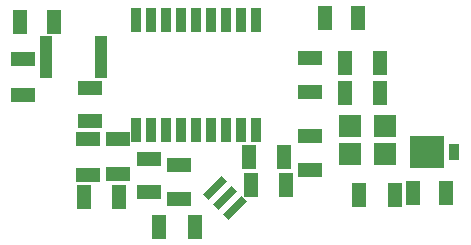
<source format=gbp>
G04*
G04 #@! TF.GenerationSoftware,Altium Limited,Altium Designer,20.0.9 (164)*
G04*
G04 Layer_Color=128*
%FSLAX25Y25*%
%MOIN*%
G70*
G01*
G75*
%ADD19R,0.04842X0.08150*%
%ADD20R,0.07677X0.07480*%
%ADD24R,0.04921X0.07874*%
%ADD63R,0.04134X0.14291*%
%ADD64R,0.03347X0.08071*%
%ADD65R,0.03787X0.05787*%
%ADD66R,0.11299X0.10787*%
%ADD67R,0.08150X0.04842*%
%ADD68R,0.07874X0.04921*%
G04:AMPARAMS|DCode=69|XSize=86.61mil|YSize=23.62mil|CornerRadius=0mil|HoleSize=0mil|Usage=FLASHONLY|Rotation=45.000|XOffset=0mil|YOffset=0mil|HoleType=Round|Shape=Rectangle|*
%AMROTATEDRECTD69*
4,1,4,-0.02227,-0.03897,-0.03897,-0.02227,0.02227,0.03897,0.03897,0.02227,-0.02227,-0.03897,0.0*
%
%ADD69ROTATEDRECTD69*%

D19*
X19370Y90551D02*
D03*
X8189D02*
D03*
X109764Y91732D02*
D03*
X120945D02*
D03*
X150276Y33465D02*
D03*
X139094D02*
D03*
D20*
X118110Y55709D02*
D03*
Y46654D02*
D03*
X129921Y55709D02*
D03*
Y46654D02*
D03*
D24*
X121260Y32776D02*
D03*
X133071D02*
D03*
X116535Y66929D02*
D03*
X128347D02*
D03*
X116535Y76772D02*
D03*
X128347D02*
D03*
X54626Y22047D02*
D03*
X66437D02*
D03*
X85039Y36319D02*
D03*
X96850D02*
D03*
X84547Y45472D02*
D03*
X96358D02*
D03*
X41339Y32283D02*
D03*
X29528Y32283D02*
D03*
D63*
X16929Y78740D02*
D03*
X35039D02*
D03*
D64*
X46929Y91240D02*
D03*
X51929D02*
D03*
X56929D02*
D03*
X61929D02*
D03*
X66929D02*
D03*
X71929D02*
D03*
X76929D02*
D03*
X81929D02*
D03*
X86929D02*
D03*
Y54429D02*
D03*
X81929D02*
D03*
X76929D02*
D03*
X71929D02*
D03*
X66929D02*
D03*
X61929D02*
D03*
X56929D02*
D03*
X51929D02*
D03*
X46929D02*
D03*
D65*
X152963Y47244D02*
D03*
D66*
X143707D02*
D03*
D67*
X104724Y52441D02*
D03*
Y41260D02*
D03*
Y78425D02*
D03*
Y67244D02*
D03*
X31496Y57402D02*
D03*
Y68583D02*
D03*
X51181Y33779D02*
D03*
Y44961D02*
D03*
X61221Y42795D02*
D03*
Y31614D02*
D03*
D68*
X40945Y51575D02*
D03*
Y39764D02*
D03*
X30994Y51378D02*
D03*
Y39567D02*
D03*
X9215Y78091D02*
D03*
Y66280D02*
D03*
D69*
X73240Y35028D02*
D03*
X76581Y31687D02*
D03*
X79921Y28346D02*
D03*
M02*

</source>
